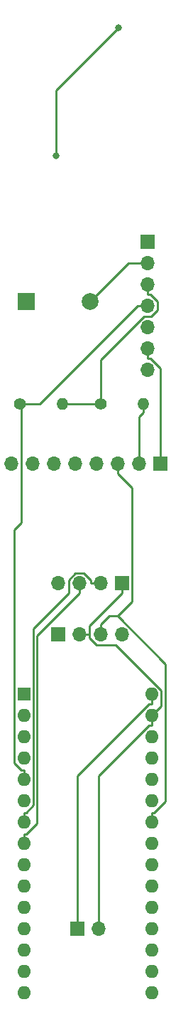
<source format=gbl>
G04 #@! TF.GenerationSoftware,KiCad,Pcbnew,7.0.10-7.0.10~ubuntu22.04.1*
G04 #@! TF.CreationDate,2024-01-24T21:02:50+01:00*
G04 #@! TF.ProjectId,rocketry_circuit,726f636b-6574-4727-995f-636972637569,rev?*
G04 #@! TF.SameCoordinates,Original*
G04 #@! TF.FileFunction,Copper,L2,Bot*
G04 #@! TF.FilePolarity,Positive*
%FSLAX46Y46*%
G04 Gerber Fmt 4.6, Leading zero omitted, Abs format (unit mm)*
G04 Created by KiCad (PCBNEW 7.0.10-7.0.10~ubuntu22.04.1) date 2024-01-24 21:02:50*
%MOMM*%
%LPD*%
G01*
G04 APERTURE LIST*
G04 #@! TA.AperFunction,ComponentPad*
%ADD10R,1.700000X1.700000*%
G04 #@! TD*
G04 #@! TA.AperFunction,ComponentPad*
%ADD11O,1.700000X1.700000*%
G04 #@! TD*
G04 #@! TA.AperFunction,ComponentPad*
%ADD12C,1.400000*%
G04 #@! TD*
G04 #@! TA.AperFunction,ComponentPad*
%ADD13O,1.400000X1.400000*%
G04 #@! TD*
G04 #@! TA.AperFunction,ComponentPad*
%ADD14R,2.000000X2.000000*%
G04 #@! TD*
G04 #@! TA.AperFunction,ComponentPad*
%ADD15C,2.000000*%
G04 #@! TD*
G04 #@! TA.AperFunction,ComponentPad*
%ADD16R,1.600000X1.600000*%
G04 #@! TD*
G04 #@! TA.AperFunction,ComponentPad*
%ADD17O,1.600000X1.600000*%
G04 #@! TD*
G04 #@! TA.AperFunction,ViaPad*
%ADD18C,0.800000*%
G04 #@! TD*
G04 #@! TA.AperFunction,Conductor*
%ADD19C,0.250000*%
G04 #@! TD*
G04 APERTURE END LIST*
D10*
X113025000Y-147320000D03*
D11*
X115565000Y-147320000D03*
D12*
X106172000Y-84836000D03*
D13*
X111252000Y-84836000D03*
D10*
X110744000Y-112268000D03*
D11*
X113284000Y-112268000D03*
X115824000Y-112268000D03*
X118364000Y-112268000D03*
D14*
X106944000Y-72644000D03*
D15*
X114544000Y-72644000D03*
D12*
X115824000Y-84836000D03*
D13*
X120904000Y-84836000D03*
D10*
X118364000Y-106172000D03*
D11*
X115824000Y-106172000D03*
X113284000Y-106172000D03*
X110744000Y-106172000D03*
D16*
X106680000Y-119380000D03*
D17*
X106680000Y-121920000D03*
X106680000Y-124460000D03*
X106680000Y-127000000D03*
X106680000Y-129540000D03*
X106680000Y-132080000D03*
X106680000Y-134620000D03*
X106680000Y-137160000D03*
X106680000Y-139700000D03*
X106680000Y-142240000D03*
X106680000Y-144780000D03*
X106680000Y-147320000D03*
X106680000Y-149860000D03*
X106680000Y-152400000D03*
X106680000Y-154940000D03*
X121920000Y-154940000D03*
X121920000Y-152400000D03*
X121920000Y-149860000D03*
X121920000Y-147320000D03*
X121920000Y-144780000D03*
X121920000Y-142240000D03*
X121920000Y-139700000D03*
X121920000Y-137160000D03*
X121920000Y-134620000D03*
X121920000Y-132080000D03*
X121920000Y-129540000D03*
X121920000Y-127000000D03*
X121920000Y-124460000D03*
X121920000Y-121920000D03*
X121920000Y-119380000D03*
D10*
X121412000Y-65532000D03*
D11*
X121412000Y-68072000D03*
X121412000Y-70612000D03*
X121412000Y-73152000D03*
X121412000Y-75692000D03*
X121412000Y-78232000D03*
X121412000Y-80772000D03*
D10*
X122936000Y-91948000D03*
D11*
X120396000Y-91948000D03*
X117856000Y-91948000D03*
X115316000Y-91948000D03*
X112776000Y-91948000D03*
X110236000Y-91948000D03*
X107696000Y-91948000D03*
X105156000Y-91948000D03*
D18*
X117939000Y-40013100D03*
X110476000Y-55265900D03*
D19*
X106680000Y-137160000D02*
X106680000Y-136033100D01*
X113284000Y-106172000D02*
X113284000Y-107348900D01*
X108258800Y-112374100D02*
X113284000Y-107348900D01*
X108258800Y-134736100D02*
X108258800Y-112374100D01*
X106961800Y-136033100D02*
X108258800Y-134736100D01*
X106680000Y-136033100D02*
X106961800Y-136033100D01*
X106913500Y-133493100D02*
X106680000Y-133493100D01*
X107806900Y-132599700D02*
X106913500Y-133493100D01*
X107806900Y-111554500D02*
X107806900Y-132599700D01*
X112014000Y-107347400D02*
X107806900Y-111554500D01*
X112014000Y-105776500D02*
X112014000Y-107347400D01*
X112807700Y-104982800D02*
X112014000Y-105776500D01*
X113825700Y-104982800D02*
X112807700Y-104982800D01*
X114647100Y-105804200D02*
X113825700Y-104982800D01*
X114647100Y-106172000D02*
X114647100Y-105804200D01*
X115824000Y-106172000D02*
X114647100Y-106172000D01*
X106680000Y-134620000D02*
X106680000Y-133493100D01*
X110476000Y-47476100D02*
X117939000Y-40013100D01*
X110476000Y-55265900D02*
X110476000Y-47476100D01*
X117856000Y-91948000D02*
X117856000Y-93124900D01*
X115824000Y-112268000D02*
X115824000Y-111091100D01*
X121920000Y-134620000D02*
X121920000Y-133493100D01*
X119540900Y-94809800D02*
X117856000Y-93124900D01*
X119540900Y-108379900D02*
X119540900Y-94809800D01*
X117847100Y-110073700D02*
X119540900Y-108379900D01*
X123554000Y-115780600D02*
X117847100Y-110073700D01*
X123554000Y-132140800D02*
X123554000Y-115780600D01*
X122201700Y-133493100D02*
X123554000Y-132140800D01*
X121920000Y-133493100D02*
X122201700Y-133493100D01*
X116841400Y-110073700D02*
X115824000Y-111091100D01*
X117847100Y-110073700D02*
X116841400Y-110073700D01*
X121412000Y-73152000D02*
X120235100Y-73152000D01*
X106680000Y-129540000D02*
X106680000Y-128413100D01*
X106362500Y-98957700D02*
X106362500Y-84836000D01*
X105553100Y-99767100D02*
X106362500Y-98957700D01*
X105553100Y-127568000D02*
X105553100Y-99767100D01*
X106398200Y-128413100D02*
X105553100Y-127568000D01*
X106680000Y-128413100D02*
X106398200Y-128413100D01*
X108551100Y-84836000D02*
X106362500Y-84836000D01*
X120235100Y-73152000D02*
X108551100Y-84836000D01*
X106362500Y-84836000D02*
X106172000Y-84836000D01*
X111252000Y-84836000D02*
X112278900Y-84836000D01*
X115824000Y-84836000D02*
X112278900Y-84836000D01*
X121412000Y-70612000D02*
X121412000Y-71788900D01*
X121779800Y-71788900D02*
X121412000Y-71788900D01*
X122614200Y-72623300D02*
X121779800Y-71788900D01*
X122614200Y-73630200D02*
X122614200Y-72623300D01*
X121822400Y-74422000D02*
X122614200Y-73630200D01*
X121003100Y-74422000D02*
X121822400Y-74422000D01*
X115824000Y-79601100D02*
X121003100Y-74422000D01*
X115824000Y-84836000D02*
X115824000Y-79601100D01*
X113025000Y-129120200D02*
X113025000Y-147320000D01*
X121638300Y-120506900D02*
X113025000Y-129120200D01*
X121920000Y-120506900D02*
X121638300Y-120506900D01*
X121920000Y-119380000D02*
X121920000Y-120506900D01*
X120396000Y-86370900D02*
X120904000Y-85862900D01*
X120396000Y-91948000D02*
X120396000Y-86370900D01*
X120904000Y-84836000D02*
X120904000Y-85862900D01*
X113284000Y-112268000D02*
X114460900Y-112268000D01*
X119116000Y-68072000D02*
X114544000Y-72644000D01*
X121412000Y-68072000D02*
X119116000Y-68072000D01*
X114460900Y-111252000D02*
X114460900Y-112268000D01*
X118364000Y-107348900D02*
X114460900Y-111252000D01*
X118364000Y-106172000D02*
X118364000Y-107348900D01*
X123065900Y-120774100D02*
X121920000Y-121920000D01*
X123065900Y-118920300D02*
X123065900Y-120774100D01*
X117645200Y-113499600D02*
X123065900Y-118920300D01*
X115326700Y-113499600D02*
X117645200Y-113499600D01*
X114460900Y-112633800D02*
X115326700Y-113499600D01*
X114460900Y-112268000D02*
X114460900Y-112633800D01*
X115565000Y-129120200D02*
X115565000Y-147320000D01*
X121638300Y-123046900D02*
X115565000Y-129120200D01*
X121920000Y-123046900D02*
X121638300Y-123046900D01*
X121920000Y-121920000D02*
X121920000Y-123046900D01*
X121777800Y-79408900D02*
X121412000Y-79408900D01*
X122936000Y-80567100D02*
X121777800Y-79408900D01*
X122936000Y-91948000D02*
X122936000Y-80567100D01*
X121412000Y-78232000D02*
X121412000Y-79408900D01*
M02*

</source>
